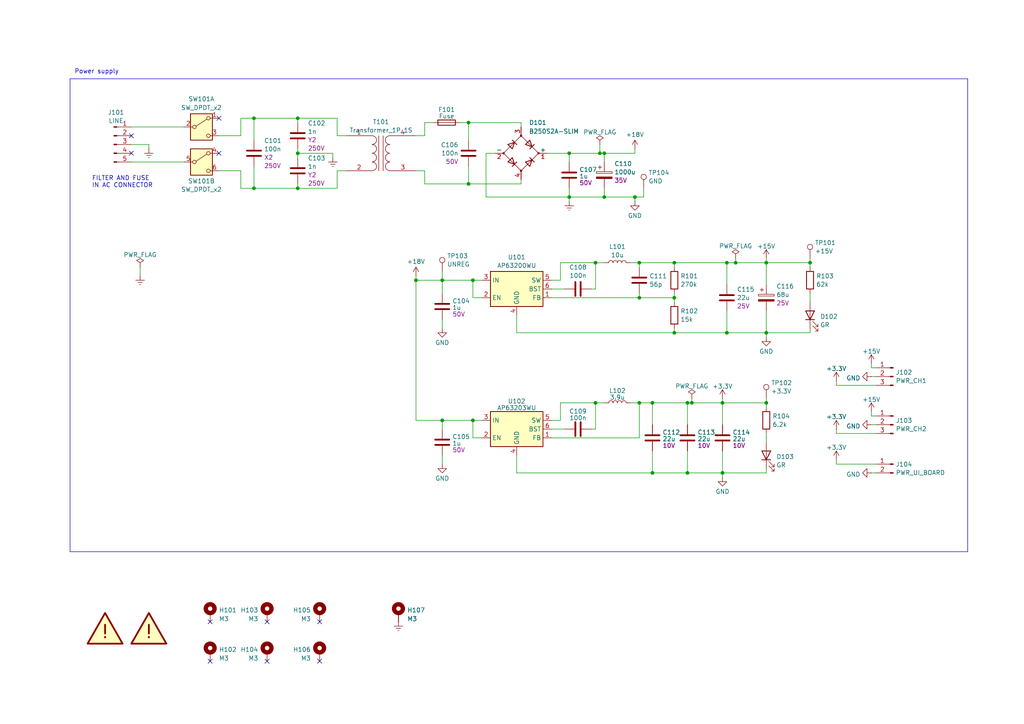
<source format=kicad_sch>
(kicad_sch (version 20250114) (generator "eeschema") (generator_version "9.0")
  (paper "A4")
  (lib_symbols
    (symbol "01_Sebastian:SYMBOL_TRIANGLE_WARNING" (pin_numbers (hide yes)) (pin_names (offset 0) (hide yes))
      (symbol "SYMBOL_TRIANGLE_WARNING_0_1"
        (polyline (pts (xy 0 -0.8636) (xy 0 1.6764)) (stroke (width 0.508)))
        (circle (center 0 -1.9304) (radius 0.2272) (fill (type outline)))
      )
      (symbol "SYMBOL_TRIANGLE_WARNING_1_1"
        (polyline (pts (xy -5.08 -3.81) (xy 5.08 -3.81) (xy 0 5.08) (xy -5.08 -3.81)) (stroke (width 0.508)) (fill (type background)))
      )
    )
    (symbol "Connector:Conn_01x02_Pin" (pin_names (offset 1.016) (hide yes))
      (property "Reference" "J" (at 0 2.54 0))
      (property "Value" "Conn_01x02_Pin" (at 0 -5.08 0))
      (symbol "Conn_01x02_Pin_1_1"
        (rectangle (start 0.8636 0.127) (end 0 -0.127) (stroke (width 0.1524)) (fill (type outline)))
        (rectangle (start 0.8636 -2.413) (end 0 -2.667) (stroke (width 0.1524)) (fill (type outline)))
        (polyline (pts (xy 1.27 0) (xy 0.8636 0)) (stroke (width 0.1524)))
        (polyline (pts (xy 1.27 -2.54) (xy 0.8636 -2.54)) (stroke (width 0.1524)))
        (pin passive line (at 5.08 0 180) (length 3.81) (name "Pin_1") (number "1"))
        (pin passive line (at 5.08 -2.54 180) (length 3.81) (name "Pin_2") (number "2"))
      )
    )
    (symbol "Connector:Conn_01x03_Pin" (pin_names (offset 1.016) (hide yes))
      (property "Reference" "J" (at 0 5.08 0))
      (property "Value" "Conn_01x03_Pin" (at 0 -5.08 0))
      (symbol "Conn_01x03_Pin_1_1"
        (rectangle (start 0.8636 2.667) (end 0 2.413) (stroke (width 0.1524)) (fill (type outline)))
        (rectangle (start 0.8636 0.127) (end 0 -0.127) (stroke (width 0.1524)) (fill (type outline)))
        (rectangle (start 0.8636 -2.413) (end 0 -2.667) (stroke (width 0.1524)) (fill (type outline)))
        (polyline (pts (xy 1.27 2.54) (xy 0.8636 2.54)) (stroke (width 0.1524)))
        (polyline (pts (xy 1.27 0) (xy 0.8636 0)) (stroke (width 0.1524)))
        (polyline (pts (xy 1.27 -2.54) (xy 0.8636 -2.54)) (stroke (width 0.1524)))
        (pin passive line (at 5.08 2.54 180) (length 3.81) (name "Pin_1") (number "1"))
        (pin passive line (at 5.08 0 180) (length 3.81) (name "Pin_2") (number "2"))
        (pin passive line (at 5.08 -2.54 180) (length 3.81) (name "Pin_3") (number "3"))
      )
    )
    (symbol "Connector:Conn_01x05_Pin" (pin_names (offset 1.016) (hide yes))
      (property "Reference" "J" (at 0 7.62 0))
      (property "Value" "Conn_01x05_Pin" (at 0 -7.62 0))
      (symbol "Conn_01x05_Pin_1_1"
        (rectangle (start 0.8636 5.207) (end 0 4.953) (stroke (width 0.1524)) (fill (type outline)))
        (rectangle (start 0.8636 2.667) (end 0 2.413) (stroke (width 0.1524)) (fill (type outline)))
        (rectangle (start 0.8636 0.127) (end 0 -0.127) (stroke (width 0.1524)) (fill (type outline)))
        (rectangle (start 0.8636 -2.413) (end 0 -2.667) (stroke (width 0.1524)) (fill (type outline)))
        (rectangle (start 0.8636 -4.953) (end 0 -5.207) (stroke (width 0.1524)) (fill (type outline)))
        (polyline (pts (xy 1.27 5.08) (xy 0.8636 5.08)) (stroke (width 0.1524)))
        (polyline (pts (xy 1.27 2.54) (xy 0.8636 2.54)) (stroke (width 0.1524)))
        (polyline (pts (xy 1.27 0) (xy 0.8636 0)) (stroke (width 0.1524)))
        (polyline (pts (xy 1.27 -2.54) (xy 0.8636 -2.54)) (stroke (width 0.1524)))
        (polyline (pts (xy 1.27 -5.08) (xy 0.8636 -5.08)) (stroke (width 0.1524)))
        (pin passive line (at 5.08 5.08 180) (length 3.81) (name "Pin_1") (number "1"))
        (pin passive line (at 5.08 2.54 180) (length 3.81) (name "Pin_2") (number "2"))
        (pin passive line (at 5.08 0 180) (length 3.81) (name "Pin_3") (number "3"))
        (pin passive line (at 5.08 -2.54 180) (length 3.81) (name "Pin_4") (number "4"))
        (pin passive line (at 5.08 -5.08 180) (length 3.81) (name "Pin_5") (number "5"))
      )
    )
    (symbol "Connector:TestPoint" (pin_numbers (hide yes)) (pin_names (offset 0.762) (hide yes))
      (property "Reference" "TP" (at 0 6.858 0))
      (property "Value" "TestPoint" (at 0 5.08 0))
      (symbol "TestPoint_0_1"
        (circle (center 0 3.302) (radius 0.762))
      )
      (symbol "TestPoint_1_1"
        (pin passive line (at 0 0 90) (length 2.54) (name "1") (number "1"))
      )
    )
    (symbol "Device:C" (pin_numbers (hide yes)) (pin_names (offset 0.254))
      (property "Reference" "C" (at 0.635 2.54 0))
      (property "Value" "C" (at 0.635 -2.54 0))
      (symbol "C_0_1"
        (polyline (pts (xy -2.032 0.762) (xy 2.032 0.762)) (stroke (width 0.508)))
        (polyline (pts (xy -2.032 -0.762) (xy 2.032 -0.762)) (stroke (width 0.508)))
      )
      (symbol "C_1_1"
        (pin passive line (at 0 3.81 270) (length 2.794) (name "~") (number "1"))
        (pin passive line (at 0 -3.81 90) (length 2.794) (name "~") (number "2"))
      )
    )
    (symbol "Device:C_Polarized" (pin_numbers (hide yes)) (pin_names (offset 0.254))
      (property "Reference" "C" (at 0.635 2.54 0))
      (property "Value" "C_Polarized" (at 0.635 -2.54 0))
      (symbol "C_Polarized_0_1"
        (rectangle (start -2.286 0.508) (end 2.286 1.016))
        (polyline (pts (xy -1.778 2.286) (xy -0.762 2.286)))
        (polyline (pts (xy -1.27 2.794) (xy -1.27 1.778)))
        (rectangle (start 2.286 -0.508) (end -2.286 -1.016) (fill (type outline)))
      )
      (symbol "C_Polarized_1_1"
        (pin passive line (at 0 3.81 270) (length 2.794) (name "~") (number "1"))
        (pin passive line (at 0 -3.81 90) (length 2.794) (name "~") (number "2"))
      )
    )
    (symbol "Device:D_Bridge_+-AA" (pin_names (offset 0))
      (property "Reference" "D" (at 2.54 6.985 0))
      (property "Value" "D_Bridge_+-AA" (at 2.54 5.08 0))
      (symbol "D_Bridge_+-AA_0_1"
        (circle (center -5.08 0) (radius 0.254) (fill (type outline)))
        (polyline (pts (xy -5.08 0) (xy 0 -5.08) (xy 5.08 0) (xy 0 5.08) (xy -5.08 0)))
        (polyline (pts (xy -3.81 2.54) (xy -2.54 1.27) (xy -1.905 3.175) (xy -3.81 2.54)) (stroke (width 0.254)))
        (polyline (pts (xy -2.54 3.81) (xy -1.27 2.54)) (stroke (width 0.254)))
        (polyline (pts (xy -2.54 -1.27) (xy -3.81 -2.54) (xy -1.905 -3.175) (xy -2.54 -1.27)) (stroke (width 0.254)))
        (polyline (pts (xy -1.27 -2.54) (xy -2.54 -3.81)) (stroke (width 0.254)))
        (circle (center 0 5.08) (radius 0.254) (fill (type outline)))
        (circle (center 0 -5.08) (radius 0.254) (fill (type outline)))
        (polyline (pts (xy 1.27 2.54) (xy 2.54 3.81) (xy 3.175 1.905) (xy 1.27 2.54)) (stroke (width 0.254)))
        (polyline (pts (xy 2.54 1.27) (xy 3.81 2.54)) (stroke (width 0.254)))
        (polyline (pts (xy 2.54 -1.27) (xy 3.81 -2.54)) (stroke (width 0.254)))
        (polyline (pts (xy 3.175 -1.905) (xy 1.27 -2.54) (xy 2.54 -3.81) (xy 3.175 -1.905)) (stroke (width 0.254)))
        (circle (center 5.08 0) (radius 0.254) (fill (type outline)))
      )
      (symbol "D_Bridge_+-AA_1_1"
        (pin passive line (at -7.62 0 0) (length 2.54) (name "-") (number "2"))
        (pin passive line (at 0 7.62 270) (length 2.54) (name "~") (number "3"))
        (pin passive line (at 0 -7.62 90) (length 2.54) (name "~") (number "4"))
        (pin passive line (at 7.62 0 180) (length 2.54) (name "+") (number "1"))
      )
    )
    (symbol "Device:Fuse" (pin_numbers (hide yes)) (pin_names (offset 0))
      (property "Reference" "F" (at 2.032 0 90))
      (property "Value" "Fuse" (at -1.905 0 90))
      (symbol "Fuse_0_1"
        (rectangle (start -0.762 -2.54) (end 0.762 2.54) (stroke (width 0.254)))
        (polyline (pts (xy 0 2.54) (xy 0 -2.54)))
      )
      (symbol "Fuse_1_1"
        (pin passive line (at 0 3.81 270) (length 1.27) (name "~") (number "1"))
        (pin passive line (at 0 -3.81 90) (length 1.27) (name "~") (number "2"))
      )
    )
    (symbol "Device:L" (pin_numbers (hide yes)) (pin_names (offset 1.016) (hide yes))
      (property "Reference" "L" (at -1.27 0 90))
      (property "Value" "L" (at 1.905 0 90))
      (symbol "L_0_1"
        (arc (start 0 2.54) (mid 0.6323 1.905) (end 0 1.27))
        (arc (start 0 1.27) (mid 0.6323 0.635) (end 0 0))
        (arc (start 0 0) (mid 0.6323 -0.635) (end 0 -1.27))
        (arc (start 0 -1.27) (mid 0.6323 -1.905) (end 0 -2.54))
      )
      (symbol "L_1_1"
        (pin passive line (at 0 3.81 270) (length 1.27) (name "1") (number "1"))
        (pin passive line (at 0 -3.81 90) (length 1.27) (name "2") (number "2"))
      )
    )
    (symbol "Device:LED" (pin_numbers (hide yes)) (pin_names (offset 1.016) (hide yes))
      (property "Reference" "D" (at 0 2.54 0))
      (property "Value" "LED" (at 0 -2.54 0))
      (symbol "LED_0_1"
        (polyline (pts (xy -3.048 -0.762) (xy -4.572 -2.286) (xy -3.81 -2.286) (xy -4.572 -2.286) (xy -4.572 -1.524)))
        (polyline (pts (xy -1.778 -0.762) (xy -3.302 -2.286) (xy -2.54 -2.286) (xy -3.302 -2.286) (xy -3.302 -1.524)))
        (polyline (pts (xy -1.27 0) (xy 1.27 0)))
        (polyline (pts (xy -1.27 -1.27) (xy -1.27 1.27)) (stroke (width 0.254)))
        (polyline (pts (xy 1.27 -1.27) (xy 1.27 1.27) (xy -1.27 0) (xy 1.27 -1.27)) (stroke (width 0.254)))
      )
      (symbol "LED_1_1"
        (pin passive line (at -3.81 0 0) (length 2.54) (name "K") (number "1"))
        (pin passive line (at 3.81 0 180) (length 2.54) (name "A") (number "2"))
      )
    )
    (symbol "Device:R" (pin_numbers (hide yes)) (pin_names (offset 0))
      (property "Reference" "R" (at 2.032 0 90))
      (property "Value" "R" (at 0 0 90))
      (symbol "R_0_1"
        (rectangle (start -1.016 -2.54) (end 1.016 2.54) (stroke (width 0.254)))
      )
      (symbol "R_1_1"
        (pin passive line (at 0 3.81 270) (length 1.27) (name "~") (number "1"))
        (pin passive line (at 0 -3.81 90) (length 1.27) (name "~") (number "2"))
      )
    )
    (symbol "Device:Transformer_1P_1S" (pin_names (offset 1.016) (hide yes))
      (property "Reference" "T" (at 0 6.35 0))
      (property "Value" "Transformer_1P_1S" (at 0 -7.62 0))
      (symbol "Transformer_1P_1S_0_1"
        (arc (start -1.27 3.81) (mid -1.656 2.9336) (end -2.54 2.5654))
        (arc (start -1.27 1.27) (mid -1.656 0.3936) (end -2.54 0.0254))
        (arc (start -1.27 -1.27) (mid -1.656 -2.1464) (end -2.54 -2.5146))
        (arc (start -1.27 -3.81) (mid -1.656 -4.6864) (end -2.54 -5.0546))
        (arc (start -2.54 5.08) (mid -1.642 4.708) (end -1.27 3.81))
        (arc (start -2.54 2.54) (mid -1.642 2.168) (end -1.27 1.27))
        (arc (start -2.54 0) (mid -1.642 -0.372) (end -1.27 -1.27))
        (arc (start -2.54 -2.54) (mid -1.642 -2.912) (end -1.27 -3.81))
        (polyline (pts (xy -0.635 5.08) (xy -0.635 -5.08)))
        (polyline (pts (xy 0.635 -5.08) (xy 0.635 5.08)))
        (arc (start 1.2954 3.81) (mid 1.6457 4.7117) (end 2.54 5.08))
        (arc (start 1.2954 1.27) (mid 1.6457 2.1717) (end 2.54 2.54))
        (arc (start 1.2954 -1.27) (mid 1.6457 -0.3683) (end 2.54 0))
        (arc (start 2.54 2.5654) (mid 1.6599 2.9299) (end 1.2954 3.81))
        (arc (start 2.54 0.0254) (mid 1.6599 0.3899) (end 1.2954 1.27))
        (arc (start 2.54 -2.5146) (mid 1.6599 -2.1501) (end 1.2954 -1.27))
        (arc (start 1.3208 -3.81) (mid 1.6711 -2.9085) (end 2.5654 -2.54))
        (arc (start 2.5654 -5.0546) (mid 1.6851 -4.6902) (end 1.3208 -3.81))
      )
      (symbol "Transformer_1P_1S_1_1"
        (pin passive line (at -10.16 5.08 0) (length 7.62) (name "AA") (number "1"))
        (pin passive line (at -10.16 -5.08 0) (length 7.62) (name "AB") (number "2"))
        (pin passive line (at 10.16 5.08 180) (length 7.62) (name "SB") (number "4"))
        (pin passive line (at 10.16 -5.08 180) (length 7.62) (name "SA") (number "3"))
      )
    )
    (symbol "Mechanical:MountingHole_Pad" (pin_numbers (hide yes)) (pin_names (offset 1.016) (hide yes))
      (property "Reference" "H" (at 0 6.35 0))
      (property "Value" "MountingHole_Pad" (at 0 4.445 0))
      (symbol "MountingHole_Pad_0_1"
        (circle (center 0 1.27) (radius 1.27) (stroke (width 1.27)))
      )
      (symbol "MountingHole_Pad_1_1"
        (pin input line (at 0 -2.54 90) (length 2.54) (name "1") (number "1"))
      )
    )
    (symbol "Regulator_Switching:AP63203WU"
      (property "Reference" "U" (at -7.62 6.35 0))
      (property "Value" "AP63203WU" (at 2.54 6.35 0))
      (symbol "AP63203WU_0_1"
        (rectangle (start -7.62 5.08) (end 7.62 -5.08) (stroke (width 0.254)) (fill (type background)))
      )
      (symbol "AP63203WU_1_1"
        (pin power_in line (at -10.16 2.54 0) (length 2.54) (name "IN") (number "3"))
        (pin input line (at -10.16 -2.54 0) (length 2.54) (name "EN") (number "2"))
        (pin power_in line (at 0 -7.62 90) (length 2.54) (name "GND") (number "4"))
        (pin output line (at 10.16 2.54 180) (length 2.54) (name "SW") (number "5"))
        (pin passive line (at 10.16 0 180) (length 2.54) (name "BST") (number "6"))
        (pin input line (at 10.16 -2.54 180) (length 2.54) (name "FB") (number "1"))
      )
    )
    (symbol "Switch:SW_DPDT_x2" (pin_names (offset 0) (hide yes))
      (property "Reference" "SW" (at 0 5.08 0))
      (property "Value" "SW_DPDT_x2" (at 0 -5.08 0))
      (symbol "SW_DPDT_x2_0_0"
        (circle (center -2.032 0) (radius 0.508))
        (circle (center 2.032 -2.54) (radius 0.508))
      )
      (symbol "SW_DPDT_x2_0_1"
        (rectangle (start -3.175 3.81) (end 3.175 -3.81) (stroke (width 0.254)) (fill (type background)))
        (polyline (pts (xy -1.524 0.254) (xy 1.5748 2.286)))
        (circle (center 2.032 2.54) (radius 0.508))
      )
      (symbol "SW_DPDT_x2_1_1"
        (pin passive line (at -5.08 0 0) (length 2.54) (name "B") (number "2"))
        (pin passive line (at 5.08 2.54 180) (length 2.54) (name "A") (number "1"))
        (pin passive line (at 5.08 -2.54 180) (length 2.54) (name "C") (number "3"))
      )
      (symbol "SW_DPDT_x2_2_1"
        (pin passive line (at -5.08 0 0) (length 2.54) (name "B") (number "5"))
        (pin passive line (at 5.08 2.54 180) (length 2.54) (name "A") (number "4"))
        (pin passive line (at 5.08 -2.54 180) (length 2.54) (name "C") (number "6"))
      )
    )
    (symbol "power:+15V" (power) (pin_numbers (hide yes)) (pin_names (offset 0) (hide yes))
      (property "Value" "+15V" (at 0 3.556 0))
      (symbol "+15V_0_1"
        (polyline (pts (xy -0.762 1.27) (xy 0 2.54)))
        (polyline (pts (xy 0 2.54) (xy 0.762 1.27)))
        (polyline (pts (xy 0 0) (xy 0 2.54)))
      )
      (symbol "+15V_1_1"
        (pin power_in line (at 0 0 90) (length 0) (name "~") (number "1"))
      )
    )
    (symbol "power:+24V" (power) (pin_numbers (hide yes)) (pin_names (offset 0) (hide yes))
      (property "Value" "+24V" (at 0 3.556 0))
      (symbol "+24V_0_1"
        (polyline (pts (xy -0.762 1.27) (xy 0 2.54)))
        (polyline (pts (xy 0 2.54) (xy 0.762 1.27)))
        (polyline (pts (xy 0 0) (xy 0 2.54)))
      )
      (symbol "+24V_1_1"
        (pin power_in line (at 0 0 90) (length 0) (name "~") (number "1"))
      )
    )
    (symbol "power:+3.3V" (power) (pin_numbers (hide yes)) (pin_names (offset 0) (hide yes))
      (property "Value" "+3.3V" (at 0 3.556 0))
      (symbol "+3.3V_0_1"
        (polyline (pts (xy -0.762 1.27) (xy 0 2.54)))
        (polyline (pts (xy 0 2.54) (xy 0.762 1.27)))
        (polyline (pts (xy 0 0) (xy 0 2.54)))
      )
      (symbol "+3.3V_1_1"
        (pin power_in line (at 0 0 90) (length 0) (name "~") (number "1"))
      )
    )
    (symbol "power:Earth" (power) (pin_numbers (hide yes)) (pin_names (offset 0) (hide yes))
      (property "Value" "Earth" (at 0 -3.81 0))
      (symbol "Earth_0_1"
        (polyline (pts (xy -0.635 -1.905) (xy 0.635 -1.905)))
        (polyline (pts (xy -0.127 -2.54) (xy 0.127 -2.54)))
        (polyline (pts (xy 0 -1.27) (xy 0 0)))
        (polyline (pts (xy 1.27 -1.27) (xy -1.27 -1.27)))
      )
      (symbol "Earth_1_1"
        (pin power_in line (at 0 0 270) (length 0) (name "~") (number "1"))
      )
    )
    (symbol "power:GND" (power) (pin_numbers (hide yes)) (pin_names (offset 0) (hide yes))
      (property "Value" "GND" (at 0 -3.81 0))
      (symbol "GND_0_1"
        (polyline (pts (xy 0 0) (xy 0 -1.27) (xy 1.27 -1.27) (xy 0 -2.54) (xy -1.27 -1.27) (xy 0 -1.27)))
      )
      (symbol "GND_1_1"
        (pin power_in line (at 0 0 270) (length 0) (name "~") (number "1"))
      )
    )
    (symbol "power:PWR_FLAG" (power) (pin_numbers (hide yes)) (pin_names (offset 0) (hide yes))
      (property "Value" "PWR_FLAG" (at 0 3.81 0))
      (symbol "PWR_FLAG_0_0"
        (pin power_out line (at 0 0 90) (length 0) (name "~") (number "1"))
      )
      (symbol "PWR_FLAG_0_1"
        (polyline (pts (xy 0 0) (xy 0 1.27) (xy -1.016 1.905) (xy 0 2.54) (xy 1.016 1.905) (xy 0 1.27)))
      )
    )
  )
  (text "Power supply" (at 21.59 21.59 0) (effects (font (size 1.27 1.27)) (justify left bottom)))
  (text "FILTER AND FUSE\nIN AC CONNECTOR" (at 26.67 54.61 0) (effects (font (size 1.27 1.27)) (justify left bottom)))
  (junction (at 185.42 116.84))
  (junction (at 173.99 44.45))
  (junction (at 86.36 34.29))
  (junction (at 209.55 137.16))
  (junction (at 234.95 76.2))
  (junction (at 86.36 54.61))
  (junction (at 137.16 81.28))
  (junction (at 195.58 76.2))
  (junction (at 189.23 116.84))
  (junction (at 222.25 96.52))
  (junction (at 172.72 76.2))
  (junction (at 120.65 81.28))
  (junction (at 175.26 57.15))
  (junction (at 209.55 116.84))
  (junction (at 189.23 137.16))
  (junction (at 86.36 44.45))
  (junction (at 73.66 54.61))
  (junction (at 172.72 116.84))
  (junction (at 135.89 35.56))
  (junction (at 210.82 96.52))
  (junction (at 175.26 44.45))
  (junction (at 185.42 76.2))
  (junction (at 222.25 116.84))
  (junction (at 222.25 76.2))
  (junction (at 185.42 86.36))
  (junction (at 195.58 86.36))
  (junction (at 184.15 57.15))
  (junction (at 199.39 116.84))
  (junction (at 128.27 81.28))
  (junction (at 128.27 121.92))
  (junction (at 165.1 44.45))
  (junction (at 135.89 53.34))
  (junction (at 213.36 76.2))
  (junction (at 199.39 137.16))
  (junction (at 165.1 57.15))
  (junction (at 210.82 76.2))
  (junction (at 195.58 96.52))
  (junction (at 200.66 116.84))
  (junction (at 137.16 121.92))
  (junction (at 73.66 34.29))
  (no_connect (at 63.5 34.29))
  (no_connect (at 77.47 180.34))
  (no_connect (at 60.96 191.77))
  (no_connect (at 77.47 191.77))
  (no_connect (at 63.5 44.45))
  (no_connect (at 60.96 180.34))
  (no_connect (at 92.71 191.77))
  (no_connect (at 38.1 44.45))
  (no_connect (at 92.71 180.34))
  (no_connect (at 38.1 39.37))
  (wire (pts (xy 185.42 116.84) (xy 185.42 127)))
  (wire (pts (xy 234.95 77.47) (xy 234.95 76.2)))
  (wire (pts (xy 172.72 116.84) (xy 175.26 116.84)))
  (wire (pts (xy 128.27 78.74) (xy 128.27 81.28)))
  (wire (pts (xy 73.66 54.61) (xy 86.36 54.61)))
  (wire (pts (xy 40.64 77.47) (xy 40.64 80.01)))
  (wire (pts (xy 160.02 83.82) (xy 163.83 83.82)))
  (wire (pts (xy 151.13 53.34) (xy 135.89 53.34)))
  (wire (pts (xy 209.55 137.16) (xy 222.25 137.16)))
  (wire (pts (xy 97.79 39.37) (xy 97.79 34.29)))
  (wire (pts (xy 213.36 76.2) (xy 222.25 76.2)))
  (wire (pts (xy 171.45 83.82) (xy 172.72 83.82)))
  (wire (pts (xy 222.25 116.84) (xy 209.55 116.84)))
  (wire (pts (xy 234.95 95.25) (xy 234.95 96.52)))
  (wire (pts (xy 139.7 127) (xy 137.16 127)))
  (wire (pts (xy 222.25 96.52) (xy 222.25 97.79)))
  (wire (pts (xy 86.36 44.45) (xy 86.36 43.18)))
  (wire (pts (xy 160.02 127) (xy 185.42 127)))
  (wire (pts (xy 252.73 137.16) (xy 254 137.16)))
  (wire (pts (xy 252.73 109.22) (xy 254 109.22)))
  (wire (pts (xy 210.82 76.2) (xy 213.36 76.2)))
  (wire (pts (xy 184.15 57.15) (xy 184.15 58.42)))
  (wire (pts (xy 199.39 116.84) (xy 199.39 123.19)))
  (wire (pts (xy 222.25 115.57) (xy 222.25 116.84)))
  (wire (pts (xy 86.36 53.34) (xy 86.36 54.61)))
  (wire (pts (xy 97.79 34.29) (xy 86.36 34.29)))
  (wire (pts (xy 210.82 90.17) (xy 210.82 96.52)))
  (wire (pts (xy 200.66 115.57) (xy 200.66 116.84)))
  (wire (pts (xy 96.52 44.45) (xy 86.36 44.45)))
  (wire (pts (xy 222.25 74.93) (xy 222.25 76.2)))
  (wire (pts (xy 43.18 43.18) (xy 43.18 41.91)))
  (wire (pts (xy 137.16 86.36) (xy 137.16 81.28)))
  (wire (pts (xy 254 125.73) (xy 242.57 125.73)))
  (wire (pts (xy 63.5 49.53) (xy 69.85 49.53)))
  (wire (pts (xy 165.1 54.61) (xy 165.1 57.15)))
  (wire (pts (xy 175.26 44.45) (xy 184.15 44.45)))
  (wire (pts (xy 69.85 39.37) (xy 69.85 34.29)))
  (polyline (pts (xy 20.32 22.86) (xy 21.59 22.86)))
  (wire (pts (xy 140.97 44.45) (xy 143.51 44.45)))
  (wire (pts (xy 135.89 35.56) (xy 151.13 35.56)))
  (wire (pts (xy 128.27 132.08) (xy 128.27 134.62)))
  (wire (pts (xy 195.58 85.09) (xy 195.58 86.36)))
  (wire (pts (xy 242.57 111.76) (xy 242.57 110.49)))
  (wire (pts (xy 162.56 81.28) (xy 162.56 76.2)))
  (wire (pts (xy 172.72 76.2) (xy 172.72 83.82)))
  (wire (pts (xy 96.52 45.72) (xy 96.52 44.45)))
  (wire (pts (xy 86.36 34.29) (xy 86.36 35.56)))
  (wire (pts (xy 252.73 120.65) (xy 252.73 119.38)))
  (wire (pts (xy 200.66 116.84) (xy 199.39 116.84)))
  (wire (pts (xy 128.27 121.92) (xy 137.16 121.92)))
  (wire (pts (xy 184.15 57.15) (xy 186.69 57.15)))
  (wire (pts (xy 186.69 54.61) (xy 186.69 57.15)))
  (wire (pts (xy 254 111.76) (xy 242.57 111.76)))
  (wire (pts (xy 195.58 76.2) (xy 210.82 76.2)))
  (wire (pts (xy 135.89 35.56) (xy 135.89 40.64)))
  (wire (pts (xy 185.42 85.09) (xy 185.42 86.36)))
  (wire (pts (xy 222.25 125.73) (xy 222.25 128.27)))
  (polyline (pts (xy 20.32 160.02) (xy 280.67 160.02)))
  (wire (pts (xy 160.02 86.36) (xy 185.42 86.36)))
  (wire (pts (xy 234.95 74.93) (xy 234.95 76.2)))
  (wire (pts (xy 151.13 35.56) (xy 151.13 36.83)))
  (wire (pts (xy 149.86 96.52) (xy 149.86 91.44)))
  (wire (pts (xy 175.26 54.61) (xy 175.26 57.15)))
  (wire (pts (xy 209.55 116.84) (xy 200.66 116.84)))
  (wire (pts (xy 73.66 34.29) (xy 86.36 34.29)))
  (wire (pts (xy 182.88 76.2) (xy 185.42 76.2)))
  (wire (pts (xy 73.66 54.61) (xy 69.85 54.61)))
  (wire (pts (xy 133.35 35.56) (xy 135.89 35.56)))
  (wire (pts (xy 189.23 123.19) (xy 189.23 116.84)))
  (wire (pts (xy 185.42 86.36) (xy 195.58 86.36)))
  (wire (pts (xy 209.55 137.16) (xy 199.39 137.16)))
  (wire (pts (xy 209.55 123.19) (xy 209.55 116.84)))
  (wire (pts (xy 38.1 36.83) (xy 53.34 36.83)))
  (wire (pts (xy 252.73 123.19) (xy 254 123.19)))
  (wire (pts (xy 173.99 41.91) (xy 173.99 44.45)))
  (wire (pts (xy 175.26 57.15) (xy 184.15 57.15)))
  (wire (pts (xy 185.42 76.2) (xy 195.58 76.2)))
  (wire (pts (xy 184.15 43.18) (xy 184.15 44.45)))
  (wire (pts (xy 120.65 81.28) (xy 128.27 81.28)))
  (wire (pts (xy 175.26 46.99) (xy 175.26 44.45)))
  (wire (pts (xy 189.23 137.16) (xy 149.86 137.16)))
  (wire (pts (xy 162.56 116.84) (xy 172.72 116.84)))
  (wire (pts (xy 189.23 130.81) (xy 189.23 137.16)))
  (wire (pts (xy 160.02 81.28) (xy 162.56 81.28)))
  (wire (pts (xy 135.89 53.34) (xy 123.19 53.34)))
  (wire (pts (xy 210.82 96.52) (xy 222.25 96.52)))
  (wire (pts (xy 195.58 76.2) (xy 195.58 77.47)))
  (wire (pts (xy 123.19 39.37) (xy 123.19 35.56)))
  (wire (pts (xy 73.66 34.29) (xy 73.66 40.64)))
  (wire (pts (xy 234.95 85.09) (xy 234.95 87.63)))
  (wire (pts (xy 222.25 90.17) (xy 222.25 96.52)))
  (wire (pts (xy 254 134.62) (xy 242.57 134.62)))
  (wire (pts (xy 139.7 86.36) (xy 137.16 86.36)))
  (wire (pts (xy 120.65 39.37) (xy 123.19 39.37)))
  (wire (pts (xy 158.75 44.45) (xy 165.1 44.45)))
  (wire (pts (xy 222.25 118.11) (xy 222.25 116.84)))
  (wire (pts (xy 254 120.65) (xy 252.73 120.65)))
  (wire (pts (xy 165.1 57.15) (xy 175.26 57.15)))
  (wire (pts (xy 38.1 41.91) (xy 43.18 41.91)))
  (wire (pts (xy 173.99 44.45) (xy 175.26 44.45)))
  (wire (pts (xy 252.73 106.68) (xy 252.73 105.41)))
  (wire (pts (xy 165.1 44.45) (xy 173.99 44.45)))
  (wire (pts (xy 137.16 121.92) (xy 139.7 121.92)))
  (wire (pts (xy 128.27 121.92) (xy 128.27 124.46)))
  (wire (pts (xy 162.56 76.2) (xy 172.72 76.2)))
  (wire (pts (xy 195.58 95.25) (xy 195.58 96.52)))
  (wire (pts (xy 162.56 121.92) (xy 162.56 116.84)))
  (wire (pts (xy 128.27 81.28) (xy 128.27 85.09)))
  (wire (pts (xy 242.57 125.73) (xy 242.57 124.46)))
  (wire (pts (xy 242.57 134.62) (xy 242.57 133.35)))
  (polyline (pts (xy 280.67 160.02) (xy 280.67 22.86)))
  (wire (pts (xy 222.25 96.52) (xy 234.95 96.52)))
  (wire (pts (xy 149.86 137.16) (xy 149.86 132.08)))
  (wire (pts (xy 234.95 76.2) (xy 222.25 76.2)))
  (wire (pts (xy 120.65 81.28) (xy 120.65 121.92)))
  (wire (pts (xy 195.58 96.52) (xy 210.82 96.52)))
  (wire (pts (xy 165.1 57.15) (xy 140.97 57.15)))
  (wire (pts (xy 195.58 86.36) (xy 195.58 87.63)))
  (wire (pts (xy 165.1 57.15) (xy 165.1 58.42)))
  (wire (pts (xy 189.23 137.16) (xy 199.39 137.16)))
  (wire (pts (xy 209.55 115.57) (xy 209.55 116.84)))
  (wire (pts (xy 185.42 116.84) (xy 189.23 116.84)))
  (wire (pts (xy 222.25 76.2) (xy 222.25 82.55)))
  (polyline (pts (xy 20.32 22.86) (xy 20.32 160.02)))
  (wire (pts (xy 185.42 76.2) (xy 185.42 77.47)))
  (wire (pts (xy 123.19 35.56) (xy 125.73 35.56)))
  (wire (pts (xy 63.5 39.37) (xy 69.85 39.37)))
  (wire (pts (xy 123.19 53.34) (xy 123.19 49.53)))
  (wire (pts (xy 151.13 52.07) (xy 151.13 53.34)))
  (wire (pts (xy 171.45 124.46) (xy 172.72 124.46)))
  (wire (pts (xy 97.79 54.61) (xy 86.36 54.61)))
  (wire (pts (xy 120.65 80.01) (xy 120.65 81.28)))
  (wire (pts (xy 172.72 116.84) (xy 172.72 124.46)))
  (wire (pts (xy 100.33 49.53) (xy 97.79 49.53)))
  (wire (pts (xy 128.27 81.28) (xy 137.16 81.28)))
  (wire (pts (xy 135.89 48.26) (xy 135.89 53.34)))
  (wire (pts (xy 199.39 130.81) (xy 199.39 137.16)))
  (wire (pts (xy 38.1 46.99) (xy 53.34 46.99)))
  (wire (pts (xy 137.16 81.28) (xy 139.7 81.28)))
  (wire (pts (xy 160.02 121.92) (xy 162.56 121.92)))
  (wire (pts (xy 149.86 96.52) (xy 195.58 96.52)))
  (wire (pts (xy 172.72 76.2) (xy 175.26 76.2)))
  (wire (pts (xy 222.25 135.89) (xy 222.25 137.16)))
  (wire (pts (xy 73.66 48.26) (xy 73.66 54.61)))
  (wire (pts (xy 160.02 124.46) (xy 163.83 124.46)))
  (wire (pts (xy 213.36 74.93) (xy 213.36 76.2)))
  (wire (pts (xy 182.88 116.84) (xy 185.42 116.84)))
  (wire (pts (xy 128.27 92.71) (xy 128.27 95.25)))
  (wire (pts (xy 120.65 121.92) (xy 128.27 121.92)))
  (wire (pts (xy 189.23 116.84) (xy 199.39 116.84)))
  (wire (pts (xy 123.19 49.53) (xy 120.65 49.53)))
  (wire (pts (xy 254 106.68) (xy 252.73 106.68)))
  (wire (pts (xy 210.82 82.55) (xy 210.82 76.2)))
  (wire (pts (xy 165.1 44.45) (xy 165.1 46.99)))
  (wire (pts (xy 209.55 130.81) (xy 209.55 137.16)))
  (wire (pts (xy 137.16 127) (xy 137.16 121.92)))
  (wire (pts (xy 97.79 49.53) (xy 97.79 54.61)))
  (wire (pts (xy 100.33 39.37) (xy 97.79 39.37)))
  (wire (pts (xy 209.55 137.16) (xy 209.55 138.43)))
  (polyline (pts (xy 21.59 22.86) (xy 280.67 22.86)))
  (wire (pts (xy 86.36 45.72) (xy 86.36 44.45)))
  (wire (pts (xy 69.85 54.61) (xy 69.85 49.53)))
  (wire (pts (xy 69.85 34.29) (xy 73.66 34.29)))
  (wire (pts (xy 140.97 57.15) (xy 140.97 44.45)))
  (symbol (lib_id "Regulator_Switching:AP63203WU") (at 149.86 124.46 0) (unit 1)
    (property "Reference" "U102" (at 149.86 116.3701 0))
    (property "Value" "AP63203WU" (at 149.86 118.2911 0))
    (property "Footprint" "Package_TO_SOT_SMD:TSOT-23-6" (effects (hide yes)))
    (property "Datasheet" "https://www.diodes.com/assets/Datasheets/AP63200-AP63201-AP63203-AP63205.pdf" (effects (hide yes)))
  )
  (symbol (lib_id "Mechanical:MountingHole_Pad") (at 115.57 177.8 0) (unit 1)
    (property "Reference" "H107" (at 118.11 176.9653 0) (effects (justify left)))
    (property "Value" "M3" (at 118.11 179.5022 0) (effects (justify left)))
    (property "Footprint" "MountingHole:MountingHole_2.2mm_M2_DIN965_Pad" (effects (hide yes)))
  )
  (symbol (lib_id "01_Sebastian:SYMBOL_TRIANGLE_WARNING") (at 30.48 182.88 0) (unit 1)
    (property "Reference" "LOGO101" (effects (hide yes)))
    (property "Value" "SYMBOL_TRIANGLE_WARNING" (effects (hide yes)))
    (property "Footprint" "01_Sebastian:Triangle_Warning" (effects (hide yes)))
  )
  (symbol (lib_id "Device:C") (at 135.89 44.45 0) (unit 1)
    (property "Reference" "C106" (at 132.9691 42.0257 0) (effects (justify right)))
    (property "Value" "100n" (at 132.9691 44.45 0) (effects (justify right)))
    (property "Footprint" "Capacitor_SMD:C_0805_2012Metric" (effects (hide yes)))
    (property "Voltage Rating" "50V" (at 132.9691 46.8743 0) (effects (justify right)))
  )
  (symbol (lib_id "power:Earth") (at 40.64 80.01 0) (unit 1)
    (property "Reference" "#PWR0101" (effects (hide yes)))
    (property "Value" "Earth" (effects (hide yes)))
    (property "Description" "Power symbol creates a global label with name \"Earth\"" (effects (hide yes)))
  )
  (symbol (lib_id "power:Earth") (at 115.57 180.34 0) (unit 1)
    (property "Reference" "#PWR0104" (effects (hide yes)))
    (property "Value" "Earth" (effects (hide yes)))
    (property "Description" "Power symbol creates a global label with name \"Earth\"" (effects (hide yes)))
  )
  (symbol (lib_id "Device:C") (at 189.23 127 0) (unit 1)
    (property "Reference" "C112" (at 192.151 125.3958 0) (effects (justify left)))
    (property "Value" "22u" (at 192.151 127.3168 0) (effects (justify left)))
    (property "Footprint" "Capacitor_SMD:C_1206_3216Metric" (effects (hide yes)))
    (property "Voltage Rating" "10V" (at 192.151 129.2378 0) (effects (justify left)))
  )
  (symbol (lib_id "Device:R") (at 195.58 91.44 0) (unit 1)
    (property "Reference" "R102" (at 197.358 90.2278 0) (effects (justify left)))
    (property "Value" "15k" (at 197.358 92.6521 0) (effects (justify left)))
    (property "Footprint" "Resistor_SMD:R_0603_1608Metric" (effects (hide yes)))
  )
  (symbol (lib_id "Device:C_Polarized") (at 222.25 86.36 0) (unit 1)
    (property "Reference" "C116" (at 225.171 83.0467 0) (effects (justify left)))
    (property "Value" "68u" (at 225.171 85.471 0) (effects (justify left)))
    (property "Footprint" "Capacitor_SMD:C_Elec_6.3x5.8" (effects (hide yes)))
    (property "Voltage Rating" "25V" (at 225.171 87.8953 0) (effects (justify left)))
  )
  (symbol (lib_id "Mechanical:MountingHole_Pad") (at 77.47 177.8 0) (mirror y) (unit 1)
    (property "Reference" "H103" (at 74.93 176.9653 0) (effects (justify left)))
    (property "Value" "M3" (at 74.93 179.5022 0) (effects (justify left)))
    (property "Footprint" "MountingHole:MountingHole_3.2mm_M3_DIN965_Pad" (effects (hide yes)))
  )
  (symbol (lib_id "power:PWR_FLAG") (at 200.66 115.57 0) (unit 1)
    (property "Reference" "#FLG0104" (effects (hide yes)))
    (property "Value" "PWR_FLAG" (at 200.66 111.9942 0))
    (property "Description" "Special symbol for telling ERC where power comes from" (effects (hide yes)))
  )
  (symbol (lib_id "Device:C") (at 185.42 81.28 180) (unit 1)
    (property "Reference" "C111" (at 188.341 80.0678 0) (effects (justify right)))
    (property "Value" "56p" (at 188.341 82.4921 0) (effects (justify right)))
    (property "Footprint" "Capacitor_SMD:C_0603_1608Metric" (effects (hide yes)))
  )
  (symbol (lib_id "Device:R") (at 222.25 121.92 0) (unit 1)
    (property "Reference" "R104" (at 224.028 120.7078 0) (effects (justify left)))
    (property "Value" "6.2k" (at 224.028 123.1321 0) (effects (justify left)))
    (property "Footprint" "Resistor_SMD:R_0603_1608Metric" (effects (hide yes)))
  )
  (symbol (lib_id "power:PWR_FLAG") (at 40.64 77.47 0) (unit 1)
    (property "Reference" "#FLG0101" (effects (hide yes)))
    (property "Value" "PWR_FLAG" (at 40.64 73.8942 0))
    (property "Description" "Special symbol for telling ERC where power comes from" (effects (hide yes)))
  )
  (symbol (lib_id "Device:C") (at 86.36 49.53 0) (unit 1)
    (property "Reference" "C103" (at 89.281 45.8935 0) (effects (justify left)))
    (property "Value" "1n" (at 89.281 48.3178 0) (effects (justify left)))
    (property "Footprint" "Capacitor_THT:C_Rect_L13.5mm_W5.0mm_P10.00mm_FKS3_FKP3_MKS4" (effects (hide yes)))
    (property "Description" "Unpolarized capacitor" (effects (hide yes)))
    (property "Package" "Y2" (at 89.281 50.7421 0) (effects (justify left)))
    (property "Voltage Rating" "250V" (at 89.281 53.1664 0) (effects (justify left)))
  )
  (symbol (lib_id "Device:C") (at 167.64 124.46 90) (unit 1)
    (property "Reference" "C109" (at 167.64 119.2911 90))
    (property "Value" "100n" (at 167.64 121.2121 90))
    (property "Footprint" "Capacitor_SMD:C_0603_1608Metric" (effects (hide yes)))
  )
  (symbol (lib_id "power:GND") (at 128.27 95.25 0) (unit 1)
    (property "Reference" "#PWR0106" (effects (hide yes)))
    (property "Value" "GND" (at 128.27 99.3855 0))
    (property "Description" "Power symbol creates a global label with name \"GND\" , ground" (effects (hide yes)))
  )
  (symbol (lib_id "Connector:TestPoint") (at 128.27 78.74 0) (unit 1)
    (property "Reference" "TP103" (at 129.667 74.2258 0) (effects (justify left)))
    (property "Value" "UNREG" (at 129.667 76.6501 0) (effects (justify left)))
    (property "Footprint" "TestPoint:TestPoint_Keystone_5000-5004_Miniature" (effects (hide yes)))
    (property "Description" "test point" (effects (hide yes)))
  )
  (symbol (lib_id "Device:L") (at 179.07 76.2 90) (unit 1)
    (property "Reference" "L101" (at 179.07 71.5504 90))
    (property "Value" "10u" (at 179.07 73.9746 90))
    (property "Footprint" "Inductor_SMD:L_Bourns-SRN4018" (effects (hide yes)))
  )
  (symbol (lib_id "power:+3.3V") (at 242.57 133.35 0) (unit 1)
    (property "Reference" "#PWR0117" (effects (hide yes)))
    (property "Value" "+3.3V" (at 242.57 129.7742 0))
    (property "Description" "Power symbol creates a global label with name \"+3.3V\"" (effects (hide yes)))
  )
  (symbol (lib_id "Switch:SW_DPDT_x2") (at 58.42 46.99 0) (unit 2)
    (property "Reference" "SW101" (at 58.42 52.5201 0))
    (property "Value" "SW_DPDT_x2" (at 58.42 54.9444 0))
    (property "Footprint" "01_Sebastian:NE1848EE" (effects (hide yes)))
    (property "Description" "Switch, dual pole double throw, separate symbols" (effects (hide yes)))
  )
  (symbol (lib_id "Device:C") (at 209.55 127 0) (unit 1)
    (property "Reference" "C114" (at 212.471 125.3958 0) (effects (justify left)))
    (property "Value" "22u" (at 212.471 127.3168 0) (effects (justify left)))
    (property "Footprint" "Capacitor_SMD:C_1206_3216Metric" (effects (hide yes)))
    (property "Voltage Rating" "10V" (at 212.471 129.2378 0) (effects (justify left)))
  )
  (symbol (lib_id "Device:C") (at 128.27 88.9 0) (unit 1)
    (property "Reference" "C104" (at 131.191 87.2958 0) (effects (justify left)))
    (property "Value" "1u" (at 131.191 89.2168 0) (effects (justify left)))
    (property "Footprint" "Capacitor_SMD:C_1206_3216Metric" (effects (hide yes)))
    (property "Voltage Rating" "50V" (at 131.191 91.1378 0) (effects (justify left)))
  )
  (symbol (lib_id "power:PWR_FLAG") (at 213.36 74.93 0) (unit 1)
    (property "Reference" "#FLG0103" (effects (hide yes)))
    (property "Value" "PWR_FLAG" (at 213.36 71.3542 0))
    (property "Description" "Special symbol for telling ERC where power comes from" (effects (hide yes)))
  )
  (symbol (lib_id "power:+3.3V") (at 242.57 110.49 0) (unit 1)
    (property "Reference" "#PWR0115" (effects (hide yes)))
    (property "Value" "+3.3V" (at 242.57 106.9142 0))
    (property "Description" "Power symbol creates a global label with name \"+3.3V\"" (effects (hide yes)))
  )
  (symbol (lib_id "Connector:Conn_01x03_Pin") (at 259.08 109.22 0) (mirror y) (unit 1)
    (property "Reference" "J102" (at 259.7912 108.0078 0) (effects (justify right)))
    (property "Value" "PWR_CH1" (at 259.7912 110.4321 0) (effects (justify right)))
    (property "Footprint" "Connector_Molex:Molex_KK-254_AE-6410-03A_1x03_P2.54mm_Vertical" (effects (hide yes)))
    (property "Description" "Generic connector, single row, 01x03, script generated" (effects (hide yes)))
  )
  (symbol (lib_id "Mechanical:MountingHole_Pad") (at 92.71 189.23 0) (mirror y) (unit 1)
    (property "Reference" "H106" (at 90.17 188.3953 0) (effects (justify left)))
    (property "Value" "M3" (at 90.17 190.9322 0) (effects (justify left)))
    (property "Footprint" "MountingHole:MountingHole_3.2mm_M3_DIN965_Pad" (effects (hide yes)))
  )
  (symbol (lib_id "Connector:Conn_01x02_Pin") (at 259.08 134.62 0) (mirror y) (unit 1)
    (property "Reference" "J104" (at 259.7912 134.6778 0) (effects (justify right)))
    (property "Value" "PWR_UI_BOARD" (at 259.7912 137.1021 0) (effects (justify right)))
    (property "Footprint" "Connector_Molex:Molex_KK-254_AE-6410-02A_1x02_P2.54mm_Vertical" (effects (hide yes)))
    (property "Description" "Generic connector, single row, 01x02, script generated" (effects (hide yes)))
  )
  (symbol (lib_id "power:GND") (at 252.73 109.22 270) (unit 1)
    (property "Reference" "#PWR0119" (effects (hide yes)))
    (property "Value" "GND" (at 249.5551 109.6538 90) (effects (justify right)))
    (property "Description" "Power symbol creates a global label with name \"GND\" , ground" (effects (hide yes)))
  )
  (symbol (lib_id "power:GND") (at 209.55 138.43 0) (unit 1)
    (property "Reference" "#PWR0112" (effects (hide yes)))
    (property "Value" "GND" (at 209.55 142.5655 0))
    (property "Description" "Power symbol creates a global label with name \"GND\" , ground" (effects (hide yes)))
  )
  (symbol (lib_id "Device:LED") (at 222.25 132.08 90) (unit 1)
    (property "Reference" "D103" (at 225.171 132.4553 90) (effects (justify right)))
    (property "Value" "GR" (at 225.171 134.8796 90) (effects (justify right)))
    (property "Footprint" "LED_SMD:LED_0603_1608Metric" (effects (hide yes)))
    (property "Description" "Light emitting diode" (effects (hide yes)))
  )
  (symbol (lib_id "Regulator_Switching:AP63203WU") (at 149.86 83.82 0) (unit 1)
    (property "Reference" "U101" (at 149.86 74.5957 0))
    (property "Value" "AP63200WU" (at 149.86 77.0199 0))
    (property "Footprint" "Package_TO_SOT_SMD:TSOT-23-6" (effects (hide yes)))
    (property "Datasheet" "https://www.diodes.com/assets/Datasheets/AP63200-AP63201-AP63203-AP63205.pdf" (effects (hide yes)))
  )
  (symbol (lib_id "Mechanical:MountingHole_Pad") (at 60.96 189.23 0) (unit 1)
    (property "Reference" "H102" (at 63.5 188.3953 0) (effects (justify left)))
    (property "Value" "M3" (at 63.5 190.9322 0) (effects (justify left)))
    (property "Footprint" "MountingHole:MountingHole_3.2mm_M3_DIN965_Pad" (effects (hide yes)))
  )
  (symbol (lib_id "power:GND") (at 128.27 134.62 0) (unit 1)
    (property "Reference" "#PWR0107" (effects (hide yes)))
    (property "Value" "GND" (at 128.27 138.7555 0))
    (property "Description" "Power symbol creates a global label with name \"GND\" , ground" (effects (hide yes)))
  )
  (symbol (lib_id "Connector:Conn_01x05_Pin") (at 33.02 41.91 0) (unit 1)
    (property "Reference" "J101" (at 33.655 32.6093 0))
    (property "Value" "LINE" (at 33.655 35.0336 0))
    (property "Footprint" "Connector_Molex:Molex_KK-396_A-41791-0005_1x05_P3.96mm_Vertical" (effects (hide yes)))
    (property "Description" "Generic connector, single row, 01x05, script generated" (effects (hide yes)))
  )
  (symbol (lib_id "power:+3.3V") (at 209.55 115.57 0) (unit 1)
    (property "Reference" "#PWR0111" (effects (hide yes)))
    (property "Value" "+3.3V" (at 209.55 112.0681 0))
    (property "Description" "Power symbol creates a global label with name \"+3.3V\"" (effects (hide yes)))
  )
  (symbol (lib_id "Device:C") (at 86.36 39.37 0) (unit 1)
    (property "Reference" "C102" (at 89.281 35.7335 0) (effects (justify left)))
    (property "Value" "1n" (at 89.281 38.1578 0) (effects (justify left)))
    (property "Footprint" "Capacitor_THT:C_Rect_L13.5mm_W5.0mm_P10.00mm_FKS3_FKP3_MKS4" (effects (hide yes)))
    (property "Description" "Unpolarized capacitor" (effects (hide yes)))
    (property "Package" "Y2" (at 89.281 40.5821 0) (effects (justify left)))
    (property "Voltage Rating" "250V" (at 89.281 43.0064 0) (effects (justify left)))
  )
  (symbol (lib_id "Mechanical:MountingHole_Pad") (at 92.71 177.8 0) (mirror y) (unit 1)
    (property "Reference" "H105" (at 90.17 176.9653 0) (effects (justify left)))
    (property "Value" "M3" (at 90.17 179.5022 0) (effects (justify left)))
    (property "Footprint" "MountingHole:MountingHole_3.2mm_M3_DIN965_Pad" (effects (hide yes)))
  )
  (symbol (lib_id "power:Earth") (at 165.1 58.42 0) (unit 1)
    (property "Reference" "#PWR0108" (effects (hide yes)))
    (property "Value" "Earth" (effects (hide yes)))
    (property "Description" "Power symbol creates a global label with name \"Earth\"" (effects (hide yes)))
  )
  (symbol (lib_id "Device:C") (at 73.66 44.45 0) (unit 1)
    (property "Reference" "C101" (at 76.581 40.8135 0) (effects (justify left)))
    (property "Value" "100n" (at 76.581 43.2378 0) (effects (justify left)))
    (property "Footprint" "Capacitor_THT:C_Rect_L18.0mm_W5.0mm_P15.00mm_FKS3_FKP3" (effects (hide yes)))
    (property "Description" "Unpolarized capacitor" (effects (hide yes)))
    (property "Package" "X2" (at 76.581 45.6621 0) (effects (justify left)))
    (property "Voltage Rating" "250V" (at 76.581 48.0864 0) (effects (justify left)))
  )
  (symbol (lib_id "power:GND") (at 222.25 97.79 0) (unit 1)
    (property "Reference" "#PWR0114" (effects (hide yes)))
    (property "Value" "GND" (at 222.25 101.9255 0))
    (property "Description" "Power symbol creates a global label with name \"GND\" , ground" (effects (hide yes)))
  )
  (symbol (lib_id "Connector:TestPoint") (at 234.95 74.93 0) (unit 1)
    (property "Reference" "TP101" (at 236.347 70.4158 0) (effects (justify left)))
    (property "Value" "+15V" (at 236.347 72.8401 0) (effects (justify left)))
    (property "Footprint" "TestPoint:TestPoint_Keystone_5000-5004_Miniature" (effects (hide yes)))
    (property "Description" "test point" (effects (hide yes)))
  )
  (symbol (lib_id "power:GND") (at 252.73 123.19 270) (unit 1)
    (property "Reference" "#PWR0121" (effects (hide yes)))
    (property "Value" "GND" (at 249.5551 123.6238 90) (effects (justify right)))
    (property "Description" "Power symbol creates a global label with name \"GND\" , ground" (effects (hide yes)))
  )
  (symbol (lib_id "power:+15V") (at 252.73 119.38 0) (unit 1)
    (property "Reference" "#PWR0120" (effects (hide yes)))
    (property "Value" "+15V" (at 252.73 115.8781 0))
    (property "Description" "Power symbol creates a global label with name \"+15V\"" (effects (hide yes)))
  )
  (symbol (lib_id "power:GND") (at 184.15 58.42 0) (unit 1)
    (property "Reference" "#PWR0110" (effects (hide yes)))
    (property "Value" "GND" (at 184.15 62.5555 0))
    (property "Description" "Power symbol creates a global label with name \"GND\" , ground" (effects (hide yes)))
  )
  (symbol (lib_id "Device:D_Bridge_+-AA") (at 151.13 44.45 0) (unit 1)
    (property "Reference" "D101" (at 153.416 35.56 0) (effects (justify left)))
    (property "Value" "B250S2A-SLIM" (at 153.416 38.1 0) (effects (justify left)))
    (property "Footprint" "Diode_SMD:Diode_Bridge_Diotec_SO-DIL-Slim" (effects (hide yes)))
  )
  (symbol (lib_id "power:GND") (at 252.73 137.16 270) (unit 1)
    (property "Reference" "#PWR0122" (effects (hide yes)))
    (property "Value" "GND" (at 249.5551 137.5938 90) (effects (justify right)))
    (property "Description" "Power symbol creates a global label with name \"GND\" , ground" (effects (hide yes)))
  )
  (symbol (lib_id "power:+3.3V") (at 242.57 124.46 0) (unit 1)
    (property "Reference" "#PWR0116" (effects (hide yes)))
    (property "Value" "+3.3V" (at 242.57 120.8842 0))
    (property "Description" "Power symbol creates a global label with name \"+3.3V\"" (effects (hide yes)))
  )
  (symbol (lib_id "Device:C") (at 128.27 128.27 0) (unit 1)
    (property "Reference" "C105" (at 131.191 126.6658 0) (effects (justify left)))
    (property "Value" "1u" (at 131.191 128.5868 0) (effects (justify left)))
    (property "Footprint" "Capacitor_SMD:C_1206_3216Metric" (effects (hide yes)))
    (property "Voltage Rating" "50V" (at 131.191 130.5078 0) (effects (justify left)))
  )
  (symbol (lib_id "01_Sebastian:SYMBOL_TRIANGLE_WARNING") (at 43.18 182.88 0) (unit 1)
    (property "Reference" "LOGO102" (effects (hide yes)))
    (property "Value" "SYMBOL_TRIANGLE_WARNING" (effects (hide yes)))
    (property "Footprint" "01_Sebastian:Triangle_Warning" (effects (hide yes)))
  )
  (symbol (lib_id "power:Earth") (at 96.52 45.72 0) (unit 1)
    (property "Reference" "#PWR0103" (effects (hide yes)))
    (property "Value" "Earth" (effects (hide yes)))
    (property "Description" "Power symbol creates a global label with name \"Earth\"" (effects (hide yes)))
  )
  (symbol (lib_id "power:+15V") (at 252.73 105.41 0) (unit 1)
    (property "Reference" "#PWR0118" (effects (hide yes)))
    (property "Value" "+15V" (at 252.73 101.9081 0))
    (property "Description" "Power symbol creates a global label with name \"+15V\"" (effects (hide yes)))
  )
  (symbol (lib_id "Connector:TestPoint") (at 186.69 54.61 0) (unit 1)
    (property "Reference" "TP104" (at 188.087 50.0958 0) (effects (justify left)))
    (property "Value" "GND" (at 188.087 52.5201 0) (effects (justify left)))
    (property "Footprint" "TestPoint:TestPoint_Keystone_5000-5004_Miniature" (effects (hide yes)))
    (property "Description" "test point" (effects (hide yes)))
  )
  (symbol (lib_id "Device:LED") (at 234.95 91.44 90) (unit 1)
    (property "Reference" "D102" (at 237.871 91.8153 90) (effects (justify right)))
    (property "Value" "GR" (at 237.871 94.2396 90) (effects (justify right)))
    (property "Footprint" "LED_SMD:LED_0603_1608Metric" (effects (hide yes)))
    (property "Description" "Light emitting diode" (effects (hide yes)))
  )
  (symbol (lib_id "Device:C_Polarized") (at 175.26 50.8 0) (unit 1)
    (property "Reference" "C110" (at 178.181 47.4867 0) (effects (justify left)))
    (property "Value" "1000u" (at 178.181 49.911 0) (effects (justify left)))
    (property "Footprint" "Capacitor_THT:CP_Radial_D16.0mm_P7.50mm" (effects (hide yes)))
    (property "Voltage Rating" "35V" (at 178.181 52.3353 0) (effects (justify left)))
  )
  (symbol (lib_id "Device:C") (at 199.39 127 0) (unit 1)
    (property "Reference" "C113" (at 202.311 125.3958 0) (effects (justify left)))
    (property "Value" "22u" (at 202.311 127.3168 0) (effects (justify left)))
    (property "Footprint" "Capacitor_SMD:C_1206_3216Metric" (effects (hide yes)))
    (property "Voltage Rating" "10V" (at 202.311 129.2378 0) (effects (justify left)))
  )
  (symbol (lib_id "power:+24V") (at 120.65 80.01 0) (unit 1)
    (property "Reference" "#PWR0105" (effects (hide yes)))
    (property "Value" "+18V" (at 120.65 75.8769 0))
    (property "Description" "Power symbol creates a global label with name \"+24V\"" (effects (hide yes)))
  )
  (symbol (lib_id "Connector:Conn_01x03_Pin") (at 259.08 123.19 0) (mirror y) (unit 1)
    (property "Reference" "J103" (at 259.7912 121.9778 0) (effects (justify right)))
    (property "Value" "PWR_CH2" (at 259.7912 124.4021 0) (effects (justify right)))
    (property "Footprint" "Connector_Molex:Molex_KK-254_AE-6410-03A_1x03_P2.54mm_Vertical" (effects (hide yes)))
    (property "Description" "Generic connector, single row, 01x03, script generated" (effects (hide yes)))
  )
  (symbol (lib_id "Device:L") (at 179.07 116.84 90) (unit 1)
    (property "Reference" "L102" (at 179.07 113.3247 90))
    (property "Value" "3.9u" (at 179.07 115.2457 90))
    (property "Footprint" "Inductor_SMD:L_Bourns-SRN4018" (effects (hide yes)))
  )
  (symbol (lib_id "power:+24V") (at 184.15 43.18 0) (unit 1)
    (property "Reference" "#PWR0109" (effects (hide yes)))
    (property "Value" "+18V" (at 184.15 39.0469 0))
    (property "Description" "Power symbol creates a global label with name \"+24V\"" (effects (hide yes)))
  )
  (symbol (lib_id "Switch:SW_DPDT_x2") (at 58.42 36.83 0) (unit 1)
    (property "Reference" "SW101" (at 58.42 28.7051 0))
    (property "Value" "SW_DPDT_x2" (at 58.42 31.242 0))
    (property "Footprint" "01_Sebastian:NE1848EE" (effects (hide yes)))
    (property "Description" "Switch, dual pole double throw, separate symbols" (effects (hide yes)))
  )
  (symbol (lib_id "power:PWR_FLAG") (at 173.99 41.91 0) (unit 1)
    (property "Reference" "#FLG0102" (effects (hide yes)))
    (property "Value" "PWR_FLAG" (at 173.99 38.3342 0))
    (property "Description" "Special symbol for telling ERC where power comes from" (effects (hide yes)))
  )
  (symbol (lib_id "Device:C") (at 210.82 86.36 0) (unit 1)
    (property "Reference" "C115" (at 213.741 83.9358 0) (effects (justify left)))
    (property "Value" "22u" (at 213.741 86.36 0) (effects (justify left)))
    (property "Footprint" "Capacitor_SMD:C_1206_3216Metric" (effects (hide yes)))
    (property "Voltage Rating" "25V" (at 213.741 88.7842 0) (effects (justify left)))
  )
  (symbol (lib_id "Connector:TestPoint") (at 222.25 115.57 0) (unit 1)
    (property "Reference" "TP102" (at 223.647 111.0558 0) (effects (justify left)))
    (property "Value" "+3.3V" (at 223.647 113.4801 0) (effects (justify left)))
    (property "Footprint" "TestPoint:TestPoint_Keystone_5000-5004_Miniature" (effects (hide yes)))
    (property "Description" "test point" (effects (hide yes)))
  )
  (symbol (lib_id "Device:R") (at 195.58 81.28 0) (unit 1)
    (property "Reference" "R101" (at 197.358 80.0678 0) (effects (justify left)))
    (property "Value" "270k" (at 197.358 82.4921 0) (effects (justify left)))
    (property "Footprint" "Resistor_SMD:R_0603_1608Metric" (effects (hide yes)))
  )
  (symbol (lib_id "Device:C") (at 165.1 50.8 0) (unit 1)
    (property "Reference" "C107" (at 168.021 49.1958 0) (effects (justify left)))
    (property "Value" "1u" (at 168.021 51.1168 0) (effects (justify left)))
    (property "Footprint" "Capacitor_SMD:C_0805_2012Metric" (effects (hide yes)))
    (property "Voltage Rating" "50V" (at 168.021 53.0378 0) (effects (justify left)))
  )
  (symbol (lib_id "Mechanical:MountingHole_Pad") (at 60.96 177.8 0) (unit 1)
    (property "Reference" "H101" (at 63.5 176.9653 0) (effects (justify left)))
    (property "Value" "M3" (at 63.5 179.5022 0) (effects (justify left)))
    (property "Footprint" "MountingHole:MountingHole_3.2mm_M3_DIN965_Pad" (effects (hide yes)))
  )
  (symbol (lib_id "power:+15V") (at 222.25 74.93 0) (unit 1)
    (property "Reference" "#PWR0113" (effects (hide yes)))
    (property "Value" "+15V" (at 222.25 71.4281 0))
    (property "Description" "Power symbol creates a global label with name \"+15V\"" (effects (hide yes)))
  )
  (symbol (lib_id "Device:R") (at 234.95 81.28 0) (unit 1)
    (property "Reference" "R103" (at 236.728 80.0678 0) (effects (justify left)))
    (property "Value" "62k" (at 236.728 82.4921 0) (effects (justify left)))
    (property "Footprint" "Resistor_SMD:R_0603_1608Metric" (effects (hide yes)))
  )
  (symbol (lib_id "power:Earth") (at 43.18 43.18 0) (unit 1)
    (property "Reference" "#PWR0102" (effects (hide yes)))
    (property "Value" "Earth" (effects (hide yes)))
    (property "Description" "Power symbol creates a global label with name \"Earth\"" (effects (hide yes)))
  )
  (symbol (lib_id "Mechanical:MountingHole_Pad") (at 77.47 189.23 0) (mirror y) (unit 1)
    (property "Reference" "H104" (at 74.93 188.3953 0) (effects (justify left)))
    (property "Value" "M3" (at 74.93 190.9322 0) (effects (justify left)))
    (property "Footprint" "MountingHole:MountingHole_3.2mm_M3_DIN965_Pad" (effects (hide yes)))
  )
  (symbol (lib_id "Device:Transformer_1P_1S") (at 110.49 44.45 0) (unit 1)
    (property "Reference" "T101" (at 110.5027 35.3524 0))
    (property "Value" "Transformer_1P_1S" (at 110.5027 37.7767 0))
    (property "Footprint" "01_Sebastian:BLOCK_VC16_1" (effects (hide yes)))
    (property "Description" "Transformer, single primary, single secondary" (effects (hide yes)))
  )
  (symbol (lib_id "Device:Fuse") (at 129.54 35.56 90) (unit 1)
    (property "Reference" "F101" (at 129.54 31.7881 90))
    (property "Value" "Fuse" (at 129.54 33.7091 90))
    (property "Footprint" "Fuse:Fuse_1206_3216Metric" (effects (hide yes)))
  )
  (symbol (lib_id "Device:C") (at 167.64 83.82 90) (unit 1)
    (property "Reference" "C108" (at 167.64 77.5167 90))
    (property "Value" "100n" (at 167.64 79.9409 90))
    (property "Footprint" "Capacitor_SMD:C_0603_1608Metric" (effects (hide yes)))
  )
)
</source>
